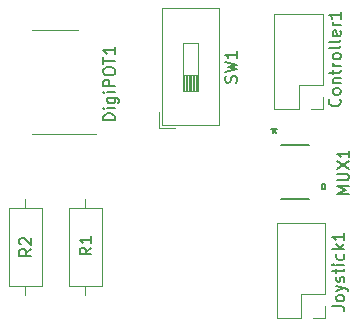
<source format=gbr>
%TF.GenerationSoftware,KiCad,Pcbnew,(5.1.9)-1*%
%TF.CreationDate,2021-01-31T19:48:36-05:00*%
%TF.ProjectId,JoystickCtrl,4a6f7973-7469-4636-9b43-74726c2e6b69,rev?*%
%TF.SameCoordinates,Original*%
%TF.FileFunction,Legend,Top*%
%TF.FilePolarity,Positive*%
%FSLAX46Y46*%
G04 Gerber Fmt 4.6, Leading zero omitted, Abs format (unit mm)*
G04 Created by KiCad (PCBNEW (5.1.9)-1) date 2021-01-31 19:48:36*
%MOMM*%
%LPD*%
G01*
G04 APERTURE LIST*
%ADD10C,0.120000*%
%ADD11C,0.152400*%
%ADD12C,0.150000*%
G04 APERTURE END LIST*
D10*
%TO.C,Joystick1*%
X175260000Y-99540000D02*
X171140000Y-99540000D01*
X175260000Y-105600000D02*
X175260000Y-99540000D01*
X171140000Y-107660000D02*
X171140000Y-99540000D01*
X175260000Y-105600000D02*
X173200000Y-105600000D01*
X173200000Y-105600000D02*
X173200000Y-107660000D01*
X173200000Y-107660000D02*
X171140000Y-107660000D01*
X175260000Y-106600000D02*
X175260000Y-107660000D01*
X175260000Y-107660000D02*
X174200000Y-107660000D01*
%TO.C,Controller1*%
X175060000Y-81840000D02*
X170940000Y-81840000D01*
X175060000Y-87900000D02*
X175060000Y-81840000D01*
X170940000Y-89960000D02*
X170940000Y-81840000D01*
X175060000Y-87900000D02*
X173000000Y-87900000D01*
X173000000Y-87900000D02*
X173000000Y-89960000D01*
X173000000Y-89960000D02*
X170940000Y-89960000D01*
X175060000Y-88900000D02*
X175060000Y-89960000D01*
X175060000Y-89960000D02*
X174000000Y-89960000D01*
D11*
%TO.C,MUX1*%
X171538900Y-97523300D02*
X173901100Y-97523300D01*
X173901100Y-92976700D02*
X171538900Y-92976700D01*
X175260000Y-96309500D02*
X175260000Y-96690500D01*
X175260000Y-96690500D02*
X175006000Y-96690500D01*
X175006000Y-96690500D02*
X175006000Y-96309500D01*
X175006000Y-96309500D02*
X175260000Y-96309500D01*
D10*
%TO.C,R2*%
X148490000Y-104870000D02*
X151230000Y-104870000D01*
X151230000Y-104870000D02*
X151230000Y-98330000D01*
X151230000Y-98330000D02*
X148490000Y-98330000D01*
X148490000Y-98330000D02*
X148490000Y-104870000D01*
X149860000Y-105640000D02*
X149860000Y-104870000D01*
X149860000Y-97560000D02*
X149860000Y-98330000D01*
%TO.C,R1*%
X156310000Y-98330000D02*
X153570000Y-98330000D01*
X153570000Y-98330000D02*
X153570000Y-104870000D01*
X153570000Y-104870000D02*
X156310000Y-104870000D01*
X156310000Y-104870000D02*
X156310000Y-98330000D01*
X154940000Y-97560000D02*
X154940000Y-98330000D01*
X154940000Y-105640000D02*
X154940000Y-104870000D01*
%TO.C,SW1*%
X161410000Y-91310000D02*
X161410000Y-81410000D01*
X166250000Y-91310000D02*
X166250000Y-81410000D01*
X161410000Y-91310000D02*
X166250000Y-91310000D01*
X161410000Y-81410000D02*
X166250000Y-81410000D01*
X161170000Y-91550000D02*
X161170000Y-90166000D01*
X161170000Y-91550000D02*
X162553000Y-91550000D01*
X163195000Y-88390000D02*
X164465000Y-88390000D01*
X164465000Y-88390000D02*
X164465000Y-84330000D01*
X164465000Y-84330000D02*
X163195000Y-84330000D01*
X163195000Y-84330000D02*
X163195000Y-88390000D01*
X163315000Y-88390000D02*
X163315000Y-87036667D01*
X163435000Y-88390000D02*
X163435000Y-87036667D01*
X163555000Y-88390000D02*
X163555000Y-87036667D01*
X163675000Y-88390000D02*
X163675000Y-87036667D01*
X163795000Y-88390000D02*
X163795000Y-87036667D01*
X163915000Y-88390000D02*
X163915000Y-87036667D01*
X164035000Y-88390000D02*
X164035000Y-87036667D01*
X164155000Y-88390000D02*
X164155000Y-87036667D01*
X164275000Y-88390000D02*
X164275000Y-87036667D01*
X164395000Y-88390000D02*
X164395000Y-87036667D01*
X163195000Y-87036667D02*
X164465000Y-87036667D01*
%TO.C,DigiPOT1*%
X152400000Y-92065000D02*
X155850000Y-92065000D01*
X152400000Y-92065000D02*
X150450000Y-92065000D01*
X152400000Y-83195000D02*
X154350000Y-83195000D01*
X152400000Y-83195000D02*
X150450000Y-83195000D01*
%TO.C,Joystick1*%
D12*
X175852380Y-106628571D02*
X176566666Y-106628571D01*
X176709523Y-106676190D01*
X176804761Y-106771428D01*
X176852380Y-106914285D01*
X176852380Y-107009523D01*
X176852380Y-106009523D02*
X176804761Y-106104761D01*
X176757142Y-106152380D01*
X176661904Y-106200000D01*
X176376190Y-106200000D01*
X176280952Y-106152380D01*
X176233333Y-106104761D01*
X176185714Y-106009523D01*
X176185714Y-105866666D01*
X176233333Y-105771428D01*
X176280952Y-105723809D01*
X176376190Y-105676190D01*
X176661904Y-105676190D01*
X176757142Y-105723809D01*
X176804761Y-105771428D01*
X176852380Y-105866666D01*
X176852380Y-106009523D01*
X176185714Y-105342857D02*
X176852380Y-105104761D01*
X176185714Y-104866666D02*
X176852380Y-105104761D01*
X177090476Y-105200000D01*
X177138095Y-105247619D01*
X177185714Y-105342857D01*
X176804761Y-104533333D02*
X176852380Y-104438095D01*
X176852380Y-104247619D01*
X176804761Y-104152380D01*
X176709523Y-104104761D01*
X176661904Y-104104761D01*
X176566666Y-104152380D01*
X176519047Y-104247619D01*
X176519047Y-104390476D01*
X176471428Y-104485714D01*
X176376190Y-104533333D01*
X176328571Y-104533333D01*
X176233333Y-104485714D01*
X176185714Y-104390476D01*
X176185714Y-104247619D01*
X176233333Y-104152380D01*
X176185714Y-103819047D02*
X176185714Y-103438095D01*
X175852380Y-103676190D02*
X176709523Y-103676190D01*
X176804761Y-103628571D01*
X176852380Y-103533333D01*
X176852380Y-103438095D01*
X176852380Y-103104761D02*
X176185714Y-103104761D01*
X175852380Y-103104761D02*
X175900000Y-103152380D01*
X175947619Y-103104761D01*
X175900000Y-103057142D01*
X175852380Y-103104761D01*
X175947619Y-103104761D01*
X176804761Y-102200000D02*
X176852380Y-102295238D01*
X176852380Y-102485714D01*
X176804761Y-102580952D01*
X176757142Y-102628571D01*
X176661904Y-102676190D01*
X176376190Y-102676190D01*
X176280952Y-102628571D01*
X176233333Y-102580952D01*
X176185714Y-102485714D01*
X176185714Y-102295238D01*
X176233333Y-102200000D01*
X176852380Y-101771428D02*
X175852380Y-101771428D01*
X176471428Y-101676190D02*
X176852380Y-101390476D01*
X176185714Y-101390476D02*
X176566666Y-101771428D01*
X176852380Y-100438095D02*
X176852380Y-101009523D01*
X176852380Y-100723809D02*
X175852380Y-100723809D01*
X175995238Y-100819047D01*
X176090476Y-100914285D01*
X176138095Y-101009523D01*
%TO.C,Controller1*%
X176457142Y-89080952D02*
X176504761Y-89128571D01*
X176552380Y-89271428D01*
X176552380Y-89366666D01*
X176504761Y-89509523D01*
X176409523Y-89604761D01*
X176314285Y-89652380D01*
X176123809Y-89700000D01*
X175980952Y-89700000D01*
X175790476Y-89652380D01*
X175695238Y-89604761D01*
X175600000Y-89509523D01*
X175552380Y-89366666D01*
X175552380Y-89271428D01*
X175600000Y-89128571D01*
X175647619Y-89080952D01*
X176552380Y-88509523D02*
X176504761Y-88604761D01*
X176457142Y-88652380D01*
X176361904Y-88700000D01*
X176076190Y-88700000D01*
X175980952Y-88652380D01*
X175933333Y-88604761D01*
X175885714Y-88509523D01*
X175885714Y-88366666D01*
X175933333Y-88271428D01*
X175980952Y-88223809D01*
X176076190Y-88176190D01*
X176361904Y-88176190D01*
X176457142Y-88223809D01*
X176504761Y-88271428D01*
X176552380Y-88366666D01*
X176552380Y-88509523D01*
X175885714Y-87747619D02*
X176552380Y-87747619D01*
X175980952Y-87747619D02*
X175933333Y-87700000D01*
X175885714Y-87604761D01*
X175885714Y-87461904D01*
X175933333Y-87366666D01*
X176028571Y-87319047D01*
X176552380Y-87319047D01*
X175885714Y-86985714D02*
X175885714Y-86604761D01*
X175552380Y-86842857D02*
X176409523Y-86842857D01*
X176504761Y-86795238D01*
X176552380Y-86700000D01*
X176552380Y-86604761D01*
X176552380Y-86271428D02*
X175885714Y-86271428D01*
X176076190Y-86271428D02*
X175980952Y-86223809D01*
X175933333Y-86176190D01*
X175885714Y-86080952D01*
X175885714Y-85985714D01*
X176552380Y-85509523D02*
X176504761Y-85604761D01*
X176457142Y-85652380D01*
X176361904Y-85700000D01*
X176076190Y-85700000D01*
X175980952Y-85652380D01*
X175933333Y-85604761D01*
X175885714Y-85509523D01*
X175885714Y-85366666D01*
X175933333Y-85271428D01*
X175980952Y-85223809D01*
X176076190Y-85176190D01*
X176361904Y-85176190D01*
X176457142Y-85223809D01*
X176504761Y-85271428D01*
X176552380Y-85366666D01*
X176552380Y-85509523D01*
X176552380Y-84604761D02*
X176504761Y-84700000D01*
X176409523Y-84747619D01*
X175552380Y-84747619D01*
X176552380Y-84080952D02*
X176504761Y-84176190D01*
X176409523Y-84223809D01*
X175552380Y-84223809D01*
X176504761Y-83319047D02*
X176552380Y-83414285D01*
X176552380Y-83604761D01*
X176504761Y-83700000D01*
X176409523Y-83747619D01*
X176028571Y-83747619D01*
X175933333Y-83700000D01*
X175885714Y-83604761D01*
X175885714Y-83414285D01*
X175933333Y-83319047D01*
X176028571Y-83271428D01*
X176123809Y-83271428D01*
X176219047Y-83747619D01*
X176552380Y-82842857D02*
X175885714Y-82842857D01*
X176076190Y-82842857D02*
X175980952Y-82795238D01*
X175933333Y-82747619D01*
X175885714Y-82652380D01*
X175885714Y-82557142D01*
X176552380Y-81700000D02*
X176552380Y-82271428D01*
X176552380Y-81985714D02*
X175552380Y-81985714D01*
X175695238Y-82080952D01*
X175790476Y-82176190D01*
X175838095Y-82271428D01*
%TO.C,MUX1*%
X177252380Y-97109523D02*
X176252380Y-97109523D01*
X176966666Y-96776190D01*
X176252380Y-96442857D01*
X177252380Y-96442857D01*
X176252380Y-95966666D02*
X177061904Y-95966666D01*
X177157142Y-95919047D01*
X177204761Y-95871428D01*
X177252380Y-95776190D01*
X177252380Y-95585714D01*
X177204761Y-95490476D01*
X177157142Y-95442857D01*
X177061904Y-95395238D01*
X176252380Y-95395238D01*
X176252380Y-95014285D02*
X177252380Y-94347619D01*
X176252380Y-94347619D02*
X177252380Y-95014285D01*
X177252380Y-93442857D02*
X177252380Y-94014285D01*
X177252380Y-93728571D02*
X176252380Y-93728571D01*
X176395238Y-93823809D01*
X176490476Y-93919047D01*
X176538095Y-94014285D01*
X170922950Y-91504580D02*
X170922950Y-91742676D01*
X170684854Y-91647438D02*
X170922950Y-91742676D01*
X171161045Y-91647438D01*
X170780092Y-91933152D02*
X170922950Y-91742676D01*
X171065807Y-91933152D01*
X170922950Y-91504580D02*
X170922950Y-91742676D01*
X170684854Y-91647438D02*
X170922950Y-91742676D01*
X171161045Y-91647438D01*
X170780092Y-91933152D02*
X170922950Y-91742676D01*
X171065807Y-91933152D01*
%TO.C,R2*%
X150352380Y-101766666D02*
X149876190Y-102100000D01*
X150352380Y-102338095D02*
X149352380Y-102338095D01*
X149352380Y-101957142D01*
X149400000Y-101861904D01*
X149447619Y-101814285D01*
X149542857Y-101766666D01*
X149685714Y-101766666D01*
X149780952Y-101814285D01*
X149828571Y-101861904D01*
X149876190Y-101957142D01*
X149876190Y-102338095D01*
X149447619Y-101385714D02*
X149400000Y-101338095D01*
X149352380Y-101242857D01*
X149352380Y-101004761D01*
X149400000Y-100909523D01*
X149447619Y-100861904D01*
X149542857Y-100814285D01*
X149638095Y-100814285D01*
X149780952Y-100861904D01*
X150352380Y-101433333D01*
X150352380Y-100814285D01*
%TO.C,R1*%
X155452380Y-101666666D02*
X154976190Y-102000000D01*
X155452380Y-102238095D02*
X154452380Y-102238095D01*
X154452380Y-101857142D01*
X154500000Y-101761904D01*
X154547619Y-101714285D01*
X154642857Y-101666666D01*
X154785714Y-101666666D01*
X154880952Y-101714285D01*
X154928571Y-101761904D01*
X154976190Y-101857142D01*
X154976190Y-102238095D01*
X155452380Y-100714285D02*
X155452380Y-101285714D01*
X155452380Y-101000000D02*
X154452380Y-101000000D01*
X154595238Y-101095238D01*
X154690476Y-101190476D01*
X154738095Y-101285714D01*
%TO.C,SW1*%
X167704761Y-87693333D02*
X167752380Y-87550476D01*
X167752380Y-87312380D01*
X167704761Y-87217142D01*
X167657142Y-87169523D01*
X167561904Y-87121904D01*
X167466666Y-87121904D01*
X167371428Y-87169523D01*
X167323809Y-87217142D01*
X167276190Y-87312380D01*
X167228571Y-87502857D01*
X167180952Y-87598095D01*
X167133333Y-87645714D01*
X167038095Y-87693333D01*
X166942857Y-87693333D01*
X166847619Y-87645714D01*
X166800000Y-87598095D01*
X166752380Y-87502857D01*
X166752380Y-87264761D01*
X166800000Y-87121904D01*
X166752380Y-86788571D02*
X167752380Y-86550476D01*
X167038095Y-86360000D01*
X167752380Y-86169523D01*
X166752380Y-85931428D01*
X167752380Y-85026666D02*
X167752380Y-85598095D01*
X167752380Y-85312380D02*
X166752380Y-85312380D01*
X166895238Y-85407619D01*
X166990476Y-85502857D01*
X167038095Y-85598095D01*
%TO.C,DigiPOT1*%
X157452380Y-90871428D02*
X156452380Y-90871428D01*
X156452380Y-90633333D01*
X156500000Y-90490476D01*
X156595238Y-90395238D01*
X156690476Y-90347619D01*
X156880952Y-90300000D01*
X157023809Y-90300000D01*
X157214285Y-90347619D01*
X157309523Y-90395238D01*
X157404761Y-90490476D01*
X157452380Y-90633333D01*
X157452380Y-90871428D01*
X157452380Y-89871428D02*
X156785714Y-89871428D01*
X156452380Y-89871428D02*
X156500000Y-89919047D01*
X156547619Y-89871428D01*
X156500000Y-89823809D01*
X156452380Y-89871428D01*
X156547619Y-89871428D01*
X156785714Y-88966666D02*
X157595238Y-88966666D01*
X157690476Y-89014285D01*
X157738095Y-89061904D01*
X157785714Y-89157142D01*
X157785714Y-89300000D01*
X157738095Y-89395238D01*
X157404761Y-88966666D02*
X157452380Y-89061904D01*
X157452380Y-89252380D01*
X157404761Y-89347619D01*
X157357142Y-89395238D01*
X157261904Y-89442857D01*
X156976190Y-89442857D01*
X156880952Y-89395238D01*
X156833333Y-89347619D01*
X156785714Y-89252380D01*
X156785714Y-89061904D01*
X156833333Y-88966666D01*
X157452380Y-88490476D02*
X156785714Y-88490476D01*
X156452380Y-88490476D02*
X156500000Y-88538095D01*
X156547619Y-88490476D01*
X156500000Y-88442857D01*
X156452380Y-88490476D01*
X156547619Y-88490476D01*
X157452380Y-88014285D02*
X156452380Y-88014285D01*
X156452380Y-87633333D01*
X156500000Y-87538095D01*
X156547619Y-87490476D01*
X156642857Y-87442857D01*
X156785714Y-87442857D01*
X156880952Y-87490476D01*
X156928571Y-87538095D01*
X156976190Y-87633333D01*
X156976190Y-88014285D01*
X156452380Y-86823809D02*
X156452380Y-86633333D01*
X156500000Y-86538095D01*
X156595238Y-86442857D01*
X156785714Y-86395238D01*
X157119047Y-86395238D01*
X157309523Y-86442857D01*
X157404761Y-86538095D01*
X157452380Y-86633333D01*
X157452380Y-86823809D01*
X157404761Y-86919047D01*
X157309523Y-87014285D01*
X157119047Y-87061904D01*
X156785714Y-87061904D01*
X156595238Y-87014285D01*
X156500000Y-86919047D01*
X156452380Y-86823809D01*
X156452380Y-86109523D02*
X156452380Y-85538095D01*
X157452380Y-85823809D02*
X156452380Y-85823809D01*
X157452380Y-84680952D02*
X157452380Y-85252380D01*
X157452380Y-84966666D02*
X156452380Y-84966666D01*
X156595238Y-85061904D01*
X156690476Y-85157142D01*
X156738095Y-85252380D01*
%TD*%
M02*

</source>
